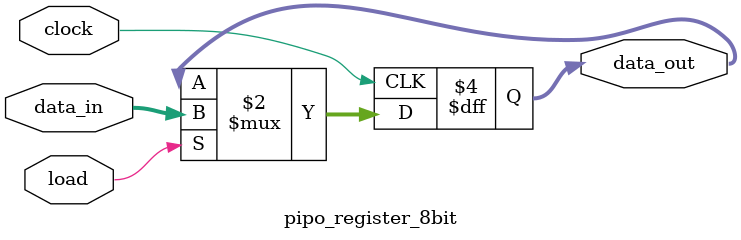
<source format=sv>
module pipo_register_8bit (
  input wire [7:0] data_in, // 8-bit input data
  input wire clock, // Clock input
  input wire load, // Load control input
  output reg [7:0] data_out // 8-bit output data
);

  always @(posedge clock) begin
    if (load) begin
      data_out <= data_in;
    end
  end

endmodule

</source>
